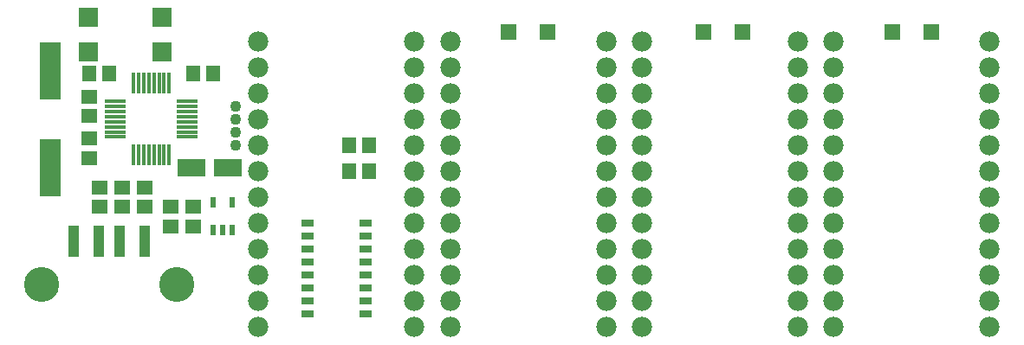
<source format=gbr>
G04 EAGLE Gerber RS-274X export*
G75*
%MOMM*%
%FSLAX34Y34*%
%LPD*%
%INSoldermask Top*%
%IPPOS*%
%AMOC8*
5,1,8,0,0,1.08239X$1,22.5*%
G01*
%ADD10R,1.401600X1.601600*%
%ADD11R,1.601600X1.401600*%
%ADD12R,2.101600X5.601600*%
%ADD13R,0.381600X2.133600*%
%ADD14R,2.133600X0.381600*%
%ADD15C,3.429000*%
%ADD16R,1.001600X3.101600*%
%ADD17R,2.701600X1.701600*%
%ADD18C,1.981600*%
%ADD19R,1.301600X0.701600*%
%ADD20R,1.879600X1.879600*%
%ADD21R,1.879600X1.880600*%
%ADD22R,0.609600X1.079500*%
%ADD23R,1.501600X1.501600*%
%ADD24C,1.101600*%


D10*
X168300Y279400D03*
X187300Y279400D03*
X85700Y279400D03*
X66700Y279400D03*
D11*
X120650Y168250D03*
X120650Y149250D03*
X66675Y257150D03*
X66675Y238150D03*
X66675Y196875D03*
X66675Y215875D03*
D12*
X28575Y187450D03*
X28575Y282450D03*
D11*
X76200Y168250D03*
X76200Y149250D03*
X98425Y168250D03*
X98425Y149250D03*
D13*
X109500Y199992D03*
X114500Y199992D03*
X119500Y199992D03*
X124500Y199992D03*
X129500Y199992D03*
X134500Y199992D03*
X139500Y199992D03*
X144500Y199992D03*
D14*
X161958Y217450D03*
X161958Y222450D03*
X161958Y227450D03*
X161958Y232450D03*
X161958Y237450D03*
X161958Y242450D03*
X161958Y247450D03*
X161958Y252450D03*
D13*
X144500Y269908D03*
X139500Y269908D03*
X134500Y269908D03*
X129500Y269908D03*
X124500Y269908D03*
X119500Y269908D03*
X114500Y269908D03*
X109500Y269908D03*
D14*
X92042Y252450D03*
X92042Y247450D03*
X92042Y242450D03*
X92042Y237450D03*
X92042Y232450D03*
X92042Y227450D03*
X92042Y222450D03*
X92042Y217450D03*
D15*
X151384Y73025D03*
X20066Y73025D03*
D16*
X75725Y115145D03*
X50725Y115145D03*
X95725Y115145D03*
X120725Y115145D03*
D11*
X146050Y149200D03*
X146050Y130200D03*
X168275Y149200D03*
X168275Y130200D03*
D17*
X166150Y187325D03*
X202150Y187325D03*
D18*
X384175Y311150D03*
X384175Y285750D03*
X384175Y260350D03*
X384175Y234950D03*
X384175Y209550D03*
X384175Y184150D03*
X384175Y158750D03*
X384175Y133350D03*
X384175Y107950D03*
X384175Y82550D03*
X384175Y57150D03*
X384175Y31750D03*
X231775Y31750D03*
X231775Y57150D03*
X231775Y82550D03*
X231775Y107950D03*
X231775Y133350D03*
X231775Y158750D03*
X231775Y184150D03*
X231775Y209550D03*
X231775Y234950D03*
X231775Y260350D03*
X231775Y285750D03*
X231775Y311150D03*
X571500Y311150D03*
X571500Y285750D03*
X571500Y260350D03*
X571500Y234950D03*
X571500Y209550D03*
X571500Y184150D03*
X571500Y158750D03*
X571500Y133350D03*
X571500Y107950D03*
X571500Y82550D03*
X571500Y57150D03*
X571500Y31750D03*
X419100Y31750D03*
X419100Y57150D03*
X419100Y82550D03*
X419100Y107950D03*
X419100Y133350D03*
X419100Y158750D03*
X419100Y184150D03*
X419100Y209550D03*
X419100Y234950D03*
X419100Y260350D03*
X419100Y285750D03*
X419100Y311150D03*
D19*
X279975Y133350D03*
X279975Y120650D03*
X279975Y107950D03*
X279975Y95250D03*
X279975Y82550D03*
X279975Y69850D03*
X279975Y57150D03*
X279975Y44450D03*
X335975Y44450D03*
X335975Y57150D03*
X335975Y69850D03*
X335975Y82550D03*
X335975Y95250D03*
X335975Y107950D03*
X335975Y120650D03*
X335975Y133350D03*
D18*
X758825Y311150D03*
X758825Y285750D03*
X758825Y260350D03*
X758825Y234950D03*
X758825Y209550D03*
X758825Y184150D03*
X758825Y158750D03*
X758825Y133350D03*
X758825Y107950D03*
X758825Y82550D03*
X758825Y57150D03*
X758825Y31750D03*
X606425Y31750D03*
X606425Y57150D03*
X606425Y82550D03*
X606425Y107950D03*
X606425Y133350D03*
X606425Y158750D03*
X606425Y184150D03*
X606425Y209550D03*
X606425Y234950D03*
X606425Y260350D03*
X606425Y285750D03*
X606425Y311150D03*
X946150Y311150D03*
X946150Y285750D03*
X946150Y260350D03*
X946150Y234950D03*
X946150Y209550D03*
X946150Y184150D03*
X946150Y158750D03*
X946150Y133350D03*
X946150Y107950D03*
X946150Y82550D03*
X946150Y57150D03*
X946150Y31750D03*
X793750Y31750D03*
X793750Y57150D03*
X793750Y82550D03*
X793750Y107950D03*
X793750Y133350D03*
X793750Y158750D03*
X793750Y184150D03*
X793750Y209550D03*
X793750Y234950D03*
X793750Y260350D03*
X793750Y285750D03*
X793750Y311150D03*
D10*
X320700Y184150D03*
X339700Y184150D03*
X320700Y209550D03*
X339700Y209550D03*
D20*
X65600Y300500D03*
X137600Y300500D03*
D21*
X137600Y334500D03*
D20*
X65600Y334500D03*
D22*
X187350Y126048D03*
X196850Y126048D03*
X206350Y126048D03*
X206350Y153353D03*
X187350Y153353D03*
D23*
X514300Y320675D03*
X476300Y320675D03*
X704800Y320675D03*
X666800Y320675D03*
X888950Y320675D03*
X850950Y320675D03*
D24*
X209550Y247650D03*
X209550Y222250D03*
X209550Y209550D03*
X209550Y234950D03*
M02*

</source>
